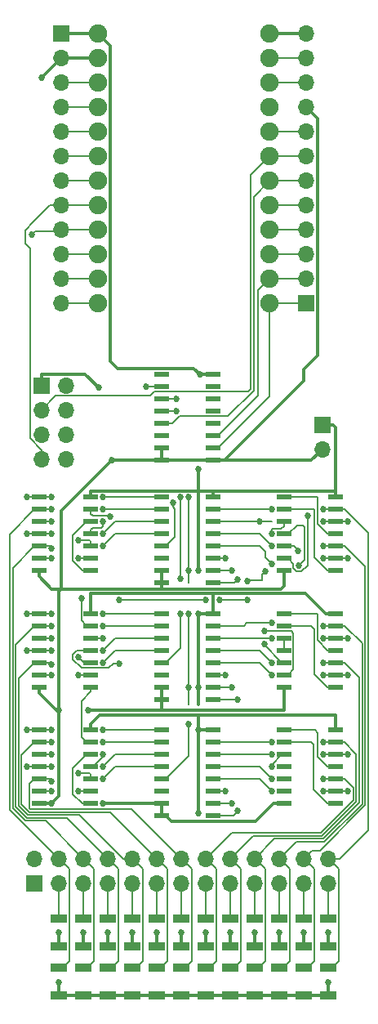
<source format=gtl>
G04 #@! TF.FileFunction,Copper,L1,Top,Signal*
%FSLAX46Y46*%
G04 Gerber Fmt 4.6, Leading zero omitted, Abs format (unit mm)*
G04 Created by KiCad (PCBNEW 4.0.7) date Mon Mar 26 00:48:08 2018*
%MOMM*%
%LPD*%
G01*
G04 APERTURE LIST*
%ADD10C,0.100000*%
%ADD11R,1.500000X0.600000*%
%ADD12R,1.700000X1.700000*%
%ADD13O,1.700000X1.700000*%
%ADD14R,1.700000X0.900000*%
%ADD15C,1.900000*%
%ADD16C,0.685800*%
%ADD17C,0.304800*%
%ADD18C,0.152400*%
G04 APERTURE END LIST*
D10*
D11*
X30599400Y-56235600D03*
X30599400Y-57505600D03*
X30599400Y-58775600D03*
X30599400Y-60045600D03*
X30599400Y-61315600D03*
X30599400Y-62585600D03*
X30599400Y-63855600D03*
X30599400Y-65125600D03*
X35999400Y-65125600D03*
X35999400Y-63855600D03*
X35999400Y-62585600D03*
X35999400Y-61315600D03*
X35999400Y-60045600D03*
X35999400Y-58775600D03*
X35999400Y-57505600D03*
X35999400Y-56235600D03*
X43299400Y-93065600D03*
X43299400Y-94335600D03*
X43299400Y-95605600D03*
X43299400Y-96875600D03*
X43299400Y-98145600D03*
X43299400Y-99415600D03*
X43299400Y-100685600D03*
X48699400Y-100685600D03*
X48699400Y-99415600D03*
X48699400Y-98145600D03*
X48699400Y-96875600D03*
X48699400Y-95605600D03*
X48699400Y-94335600D03*
X48699400Y-93065600D03*
D12*
X47269400Y-61442600D03*
D13*
X47269400Y-63982600D03*
D12*
X17424400Y-108940600D03*
D13*
X17424400Y-106400600D03*
X19964400Y-108940600D03*
X19964400Y-106400600D03*
X22504400Y-108940600D03*
X22504400Y-106400600D03*
X25044400Y-108940600D03*
X25044400Y-106400600D03*
X27584400Y-108940600D03*
X27584400Y-106400600D03*
X30124400Y-108940600D03*
X30124400Y-106400600D03*
X32664400Y-108940600D03*
X32664400Y-106400600D03*
X35204400Y-108940600D03*
X35204400Y-106400600D03*
X37744400Y-108940600D03*
X37744400Y-106400600D03*
X40284400Y-108940600D03*
X40284400Y-106400600D03*
X42824400Y-108940600D03*
X42824400Y-106400600D03*
X45364400Y-108940600D03*
X45364400Y-106400600D03*
X47904400Y-108940600D03*
X47904400Y-106400600D03*
D12*
X18186400Y-57378600D03*
D13*
X20726400Y-57378600D03*
X18186400Y-59918600D03*
X20726400Y-59918600D03*
X18186400Y-62458600D03*
X20726400Y-62458600D03*
X18186400Y-64998600D03*
X20726400Y-64998600D03*
D12*
X20218400Y-20929600D03*
D13*
X20218400Y-23469600D03*
X20218400Y-26009600D03*
X20218400Y-28549600D03*
X20218400Y-31089600D03*
X20218400Y-33629600D03*
X20218400Y-36169600D03*
X20218400Y-38709600D03*
X20218400Y-41249600D03*
X20218400Y-43789600D03*
X20218400Y-46329600D03*
X20218400Y-48869600D03*
D12*
X45618400Y-48869600D03*
D13*
X45618400Y-46329600D03*
X45618400Y-43789600D03*
X45618400Y-41249600D03*
X45618400Y-38709600D03*
X45618400Y-36169600D03*
X45618400Y-33629600D03*
X45618400Y-31089600D03*
X45618400Y-28549600D03*
X45618400Y-26009600D03*
X45618400Y-23469600D03*
X45618400Y-20929600D03*
D14*
X19964400Y-115470600D03*
X19964400Y-112570600D03*
X19964400Y-120550600D03*
X19964400Y-117650600D03*
X22504400Y-115470600D03*
X22504400Y-112570600D03*
X22504400Y-120550600D03*
X22504400Y-117650600D03*
X25044400Y-115470600D03*
X25044400Y-112570600D03*
X25044400Y-120550600D03*
X25044400Y-117650600D03*
X27584400Y-115470600D03*
X27584400Y-112570600D03*
X27584400Y-120550600D03*
X27584400Y-117650600D03*
X30124400Y-115470600D03*
X30124400Y-112570600D03*
X30124400Y-120550600D03*
X30124400Y-117650600D03*
X32664400Y-115470600D03*
X32664400Y-112570600D03*
X32664400Y-120550600D03*
X32664400Y-117650600D03*
X35204400Y-115470600D03*
X35204400Y-112570600D03*
X35204400Y-120550600D03*
X35204400Y-117650600D03*
X37744400Y-115470600D03*
X37744400Y-112570600D03*
X37744400Y-120550600D03*
X37744400Y-117650600D03*
X40284400Y-115470600D03*
X40284400Y-112570600D03*
X40284400Y-120550600D03*
X40284400Y-117650600D03*
X42824400Y-115470600D03*
X42824400Y-112570600D03*
X42824400Y-120550600D03*
X42824400Y-117650600D03*
X45364400Y-115470600D03*
X45364400Y-112570600D03*
X45364400Y-120550600D03*
X45364400Y-117650600D03*
X47904400Y-115470600D03*
X47904400Y-112570600D03*
X47904400Y-120550600D03*
X47904400Y-117650600D03*
D11*
X17899400Y-93065600D03*
X17899400Y-94335600D03*
X17899400Y-95605600D03*
X17899400Y-96875600D03*
X17899400Y-98145600D03*
X17899400Y-99415600D03*
X17899400Y-100685600D03*
X23299400Y-100685600D03*
X23299400Y-99415600D03*
X23299400Y-98145600D03*
X23299400Y-96875600D03*
X23299400Y-95605600D03*
X23299400Y-94335600D03*
X23299400Y-93065600D03*
X17899400Y-81000600D03*
X17899400Y-82270600D03*
X17899400Y-83540600D03*
X17899400Y-84810600D03*
X17899400Y-86080600D03*
X17899400Y-87350600D03*
X17899400Y-88620600D03*
X23299400Y-88620600D03*
X23299400Y-87350600D03*
X23299400Y-86080600D03*
X23299400Y-84810600D03*
X23299400Y-83540600D03*
X23299400Y-82270600D03*
X23299400Y-81000600D03*
X17899400Y-68935600D03*
X17899400Y-70205600D03*
X17899400Y-71475600D03*
X17899400Y-72745600D03*
X17899400Y-74015600D03*
X17899400Y-75285600D03*
X17899400Y-76555600D03*
X23299400Y-76555600D03*
X23299400Y-75285600D03*
X23299400Y-74015600D03*
X23299400Y-72745600D03*
X23299400Y-71475600D03*
X23299400Y-70205600D03*
X23299400Y-68935600D03*
X30599400Y-93065600D03*
X30599400Y-94335600D03*
X30599400Y-95605600D03*
X30599400Y-96875600D03*
X30599400Y-98145600D03*
X30599400Y-99415600D03*
X30599400Y-100685600D03*
X30599400Y-101955600D03*
X35999400Y-101955600D03*
X35999400Y-100685600D03*
X35999400Y-99415600D03*
X35999400Y-98145600D03*
X35999400Y-96875600D03*
X35999400Y-95605600D03*
X35999400Y-94335600D03*
X35999400Y-93065600D03*
X30599400Y-81000600D03*
X30599400Y-82270600D03*
X30599400Y-83540600D03*
X30599400Y-84810600D03*
X30599400Y-86080600D03*
X30599400Y-87350600D03*
X30599400Y-88620600D03*
X30599400Y-89890600D03*
X35999400Y-89890600D03*
X35999400Y-88620600D03*
X35999400Y-87350600D03*
X35999400Y-86080600D03*
X35999400Y-84810600D03*
X35999400Y-83540600D03*
X35999400Y-82270600D03*
X35999400Y-81000600D03*
X43299400Y-81000600D03*
X43299400Y-82270600D03*
X43299400Y-83540600D03*
X43299400Y-84810600D03*
X43299400Y-86080600D03*
X43299400Y-87350600D03*
X43299400Y-88620600D03*
X48699400Y-88620600D03*
X48699400Y-87350600D03*
X48699400Y-86080600D03*
X48699400Y-84810600D03*
X48699400Y-83540600D03*
X48699400Y-82270600D03*
X48699400Y-81000600D03*
X30599400Y-68935600D03*
X30599400Y-70205600D03*
X30599400Y-71475600D03*
X30599400Y-72745600D03*
X30599400Y-74015600D03*
X30599400Y-75285600D03*
X30599400Y-76555600D03*
X30599400Y-77825600D03*
X35999400Y-77825600D03*
X35999400Y-76555600D03*
X35999400Y-75285600D03*
X35999400Y-74015600D03*
X35999400Y-72745600D03*
X35999400Y-71475600D03*
X35999400Y-70205600D03*
X35999400Y-68935600D03*
D15*
X24028400Y-20929600D03*
X24028400Y-23469600D03*
X24028400Y-26009600D03*
X24028400Y-28549600D03*
X24028400Y-31089600D03*
X24028400Y-33629600D03*
X24028400Y-36169600D03*
X24028400Y-38709600D03*
X24028400Y-41249600D03*
X24028400Y-43789600D03*
X24028400Y-46329600D03*
X24028400Y-48869600D03*
X41808400Y-20929600D03*
X41808400Y-23469600D03*
X41808400Y-26009600D03*
X41808400Y-28549600D03*
X41808400Y-31089600D03*
X41808400Y-33629600D03*
X41808400Y-36169600D03*
X41808400Y-38709600D03*
X41808400Y-41249600D03*
X41808400Y-43789600D03*
X41808400Y-46329600D03*
X41808400Y-48869600D03*
D11*
X43299400Y-68935600D03*
X43299400Y-70205600D03*
X43299400Y-71475600D03*
X43299400Y-72745600D03*
X43299400Y-74015600D03*
X43299400Y-75285600D03*
X43299400Y-76555600D03*
X48699400Y-76555600D03*
X48699400Y-75285600D03*
X48699400Y-74015600D03*
X48699400Y-72745600D03*
X48699400Y-71475600D03*
X48699400Y-70205600D03*
X48699400Y-68935600D03*
D16*
X32664400Y-114020600D03*
X34442400Y-88620600D03*
X34442400Y-76555600D03*
X34569400Y-56235600D03*
X34442400Y-66014600D03*
X34442400Y-81000600D03*
X34442400Y-93065600D03*
X19964400Y-119227600D03*
X47904400Y-119227600D03*
X34442400Y-101701600D03*
X22504400Y-114020600D03*
X25044400Y-114020600D03*
X27584400Y-114020600D03*
X30124400Y-114020600D03*
X35204400Y-114020600D03*
X37744400Y-114020600D03*
X40284400Y-114020600D03*
X42824400Y-114020600D03*
X45364400Y-114020600D03*
X47904400Y-114020600D03*
X19964400Y-114020600D03*
X24079200Y-57607200D03*
X25482802Y-65125600D03*
X18186400Y-25501600D03*
X23012400Y-91033600D03*
X19964400Y-91033600D03*
X24544702Y-100685600D03*
X19202400Y-100685600D03*
X24544702Y-68935600D03*
X19202400Y-68935600D03*
X16662400Y-68935600D03*
X24544702Y-70205600D03*
X19202400Y-70205600D03*
X24544702Y-72745600D03*
X19202400Y-72745600D03*
X16662400Y-72745600D03*
X19202400Y-74218800D03*
X24544702Y-74015600D03*
X24544702Y-81000600D03*
X19202400Y-81000600D03*
X16662400Y-81000600D03*
X24544702Y-82270600D03*
X19202400Y-82270600D03*
X24544702Y-84810600D03*
X19202400Y-84810600D03*
X16662400Y-84810600D03*
X19202400Y-86233000D03*
X24544702Y-86080600D03*
X24544702Y-93065600D03*
X19202400Y-93065600D03*
X16662400Y-93065600D03*
X24544702Y-94335600D03*
X19202400Y-94335600D03*
X24544702Y-96875600D03*
X19202400Y-96875600D03*
X16662400Y-96875600D03*
X19202400Y-98374200D03*
X24544702Y-98145600D03*
X42054098Y-99415600D03*
X47396400Y-99415600D03*
X49936400Y-99415600D03*
X42054098Y-98145600D03*
X47396400Y-98145600D03*
X42054098Y-95605600D03*
X47396400Y-95605600D03*
X49936400Y-95605600D03*
X42054098Y-94335600D03*
X47396400Y-94335600D03*
X42054098Y-87350600D03*
X47396400Y-87350600D03*
X49936400Y-87350600D03*
X42054098Y-86080600D03*
X47396400Y-86080600D03*
X42054098Y-83540600D03*
X47396400Y-83540600D03*
X49936400Y-83540600D03*
X42054122Y-81965719D03*
X47396400Y-82270600D03*
X42054097Y-75861346D03*
X47396400Y-75285600D03*
X49936400Y-75285600D03*
X42054098Y-74015600D03*
X47396400Y-74015600D03*
X40817800Y-71475600D03*
X47396400Y-71475600D03*
X49936400Y-71475600D03*
X42054098Y-70205600D03*
X47396400Y-70205600D03*
X17183100Y-41732200D03*
X38506400Y-101447600D03*
X38506400Y-77444600D03*
X38506400Y-89890600D03*
X37871400Y-76555600D03*
X37871400Y-88620600D03*
X37871400Y-100685600D03*
X37236400Y-75285600D03*
X37236400Y-87350600D03*
X37236400Y-99415600D03*
X37236400Y-99415600D03*
X45745400Y-70904100D03*
X21996400Y-97574100D03*
X19202400Y-95605600D03*
X21996400Y-99415600D03*
X19202400Y-99415600D03*
X24536400Y-83540600D03*
X24544702Y-95605600D03*
X21996400Y-85509100D03*
X19202400Y-83540600D03*
X21996400Y-87350600D03*
X19202400Y-87350600D03*
X26187400Y-86207600D03*
X44780200Y-74472800D03*
X41402000Y-76631800D03*
X39522400Y-77622400D03*
X26187400Y-79603600D03*
X35204400Y-79603600D03*
X36647100Y-79603600D03*
X39522400Y-79603600D03*
X22320799Y-79408262D03*
X24544702Y-71475600D03*
X21996400Y-73444100D03*
X19202400Y-71475600D03*
X21996400Y-75285600D03*
X19202400Y-75285600D03*
X42054098Y-96875600D03*
X25298400Y-70967600D03*
X33426400Y-88620600D03*
X33426400Y-76555600D03*
X33426400Y-81000600D03*
X32156400Y-60045600D03*
X33426400Y-68935600D03*
X33426400Y-92430600D03*
X32588200Y-77343000D03*
X32588197Y-81000600D03*
X32156400Y-58775600D03*
X32588197Y-68935600D03*
X44856400Y-76047600D03*
X41300400Y-82842100D03*
X42054098Y-72745600D03*
X41300400Y-84175600D03*
X31826200Y-69519800D03*
X28981400Y-57505600D03*
D17*
X32664400Y-115470600D02*
X32664400Y-114020600D01*
X34442400Y-90385900D02*
X34442400Y-88620600D01*
X34442400Y-88620600D02*
X34442400Y-81000600D01*
X34442400Y-76555600D02*
X34442400Y-68287899D01*
X35941000Y-80314800D02*
X35999400Y-80373200D01*
X35999400Y-80373200D02*
X35999400Y-81000600D01*
X35941000Y-79019410D02*
X35941000Y-80314800D01*
X36042600Y-78917810D02*
X35941000Y-79019410D01*
X25283201Y-54853799D02*
X26060201Y-55630799D01*
X26060201Y-55630799D02*
X33964599Y-55630799D01*
X24028400Y-20929600D02*
X25283201Y-22184401D01*
X25283201Y-22184401D02*
X25283201Y-54853799D01*
X34569400Y-56235600D02*
X33964599Y-55630799D01*
X34569400Y-56235600D02*
X35999400Y-56235600D01*
X34442400Y-68287899D02*
X34442400Y-66014600D01*
X48699400Y-68330800D02*
X48699400Y-68681600D01*
X48699400Y-68681600D02*
X48699400Y-68935600D01*
X47269400Y-61442600D02*
X48424200Y-61442600D01*
X48424200Y-61442600D02*
X48699400Y-61717800D01*
X48699400Y-61717800D02*
X48699400Y-68681600D01*
X24028400Y-20929600D02*
X20218400Y-20929600D01*
X45561810Y-78917810D02*
X36042600Y-78917810D01*
X36042600Y-78917810D02*
X23266400Y-78917810D01*
X34442400Y-68287899D02*
X35966400Y-68287899D01*
X23342301Y-68287899D02*
X34442400Y-68287899D01*
X35966400Y-68287899D02*
X48656499Y-68287899D01*
X35999400Y-68935600D02*
X35999400Y-68320899D01*
X35999400Y-68320899D02*
X35966400Y-68287899D01*
X23299400Y-68935600D02*
X23299400Y-68330800D01*
X23299400Y-68330800D02*
X23342301Y-68287899D01*
X48656499Y-68287899D02*
X48699400Y-68330800D01*
X48699400Y-81000600D02*
X47644600Y-81000600D01*
X47644600Y-81000600D02*
X45561810Y-78917810D01*
X23299400Y-78950810D02*
X23299400Y-81000600D01*
X23266400Y-78917810D02*
X23299400Y-78950810D01*
X34442400Y-81000600D02*
X35999400Y-81000600D01*
X34442400Y-91541600D02*
X34442400Y-93065600D01*
X34442400Y-93065600D02*
X34442400Y-101701600D01*
X35999400Y-93065600D02*
X34442400Y-93065600D01*
X19964400Y-120550600D02*
X19964400Y-119227600D01*
X47904400Y-120550600D02*
X47904400Y-119227600D01*
X34442400Y-91541600D02*
X48666400Y-91541600D01*
X24218600Y-91541600D02*
X34442400Y-91541600D01*
X48666400Y-91541600D02*
X48699400Y-91574600D01*
X48699400Y-91574600D02*
X48699400Y-93065600D01*
X23299400Y-93065600D02*
X23299400Y-92460800D01*
X23299400Y-92460800D02*
X24218600Y-91541600D01*
X22504400Y-115470600D02*
X22504400Y-114020600D01*
X25044400Y-115470600D02*
X25044400Y-114020600D01*
X27584400Y-115470600D02*
X27584400Y-114020600D01*
X30124400Y-115470600D02*
X30124400Y-114020600D01*
X35204400Y-115470600D02*
X35204400Y-114020600D01*
X37744400Y-115470600D02*
X37744400Y-114020600D01*
X40284400Y-115470600D02*
X40284400Y-114020600D01*
X42824400Y-115470600D02*
X42824400Y-114020600D01*
X45364400Y-115470600D02*
X45364400Y-114020600D01*
X47904400Y-115470600D02*
X47904400Y-114020600D01*
X19964400Y-115470600D02*
X19964400Y-114020600D01*
X22504400Y-120550600D02*
X19964400Y-120550600D01*
X25044400Y-120550600D02*
X22504400Y-120550600D01*
X27584400Y-120550600D02*
X25044400Y-120550600D01*
X30124400Y-120550600D02*
X27584400Y-120550600D01*
X32664400Y-120550600D02*
X30124400Y-120550600D01*
X35204400Y-120550600D02*
X32664400Y-120550600D01*
X37744400Y-120550600D02*
X35204400Y-120550600D01*
X40284400Y-120550600D02*
X37744400Y-120550600D01*
X42824400Y-120550600D02*
X40284400Y-120550600D01*
X45364400Y-120550600D02*
X42824400Y-120550600D01*
X47904400Y-120550600D02*
X45364400Y-120550600D01*
X21759397Y-56223799D02*
X22695799Y-56223799D01*
X22695799Y-56223799D02*
X24079200Y-57607200D01*
X18186400Y-57378600D02*
X18186401Y-56223799D01*
X18186401Y-56223799D02*
X21759397Y-56223799D01*
X20218400Y-23469600D02*
X18186400Y-25501600D01*
X20218400Y-78460600D02*
X20218400Y-70390002D01*
X20218400Y-70390002D02*
X25482802Y-65125600D01*
X25482802Y-65125600D02*
X30599400Y-65125600D01*
X37109400Y-65125600D02*
X46126400Y-65125600D01*
X46126400Y-65125600D02*
X47269400Y-63982600D01*
X45618400Y-28549600D02*
X46773201Y-29704401D01*
X46773201Y-29704401D02*
X46773201Y-54306999D01*
X46773201Y-54306999D02*
X45364400Y-55715800D01*
X45364400Y-55715800D02*
X45364400Y-56870600D01*
X20218400Y-23469600D02*
X24028400Y-23469600D01*
X45364400Y-56870600D02*
X37109400Y-65125600D01*
X37109400Y-65125600D02*
X35999400Y-65125600D01*
X35999400Y-65125600D02*
X30599400Y-65125600D01*
X30599400Y-63855600D02*
X30599400Y-65125600D01*
X20218400Y-78460600D02*
X30632400Y-78460600D01*
X19199600Y-78460600D02*
X20218400Y-78460600D01*
X20218400Y-78460600D02*
X19964400Y-78714600D01*
X19964400Y-78714600D02*
X19964400Y-91033600D01*
X30632400Y-78460600D02*
X42951400Y-78460600D01*
X30632400Y-78460600D02*
X30629600Y-78460600D01*
X30629600Y-78460600D02*
X30599400Y-78430400D01*
X30599400Y-78430400D02*
X30599400Y-77825600D01*
X42951400Y-78460600D02*
X43299400Y-78112600D01*
X43299400Y-78112600D02*
X43299400Y-76555600D01*
X17899400Y-76555600D02*
X17899400Y-77160400D01*
X17899400Y-77160400D02*
X19199600Y-78460600D01*
X30599400Y-88620600D02*
X30599400Y-89890600D01*
X30599400Y-76555600D02*
X30599400Y-77825600D01*
X19964400Y-91033600D02*
X19964400Y-99923600D01*
X19964400Y-99923600D02*
X19202400Y-100685600D01*
X30632400Y-91033600D02*
X43332400Y-91033600D01*
X43332400Y-91033600D02*
X43299400Y-91000600D01*
X43299400Y-91000600D02*
X43299400Y-88620600D01*
X23012400Y-91033600D02*
X30632400Y-91033600D01*
X30599400Y-91000600D02*
X30599400Y-89890600D01*
X17899400Y-88620600D02*
X17899400Y-89225400D01*
X17899400Y-89225400D02*
X19707600Y-91033600D01*
X19707600Y-91033600D02*
X19964400Y-91033600D01*
X30599400Y-101955600D02*
X31049400Y-101955600D01*
X31049400Y-101955600D02*
X31654201Y-102560401D01*
X31654201Y-102560401D02*
X40369799Y-102560401D01*
X40369799Y-102560401D02*
X42244600Y-100685600D01*
X42244600Y-100685600D02*
X43299400Y-100685600D01*
X30599400Y-100685600D02*
X30599400Y-101955600D01*
X24544702Y-100685600D02*
X30599400Y-100685600D01*
X17899400Y-100685600D02*
X19202400Y-100685600D01*
D18*
X24544702Y-68935600D02*
X30599400Y-68935600D01*
X17899400Y-68935600D02*
X19202400Y-68935600D01*
X16662400Y-68935600D02*
X17899400Y-68935600D01*
X19964400Y-112570600D02*
X19964400Y-108940600D01*
X24544702Y-70205600D02*
X30599400Y-70205600D01*
X17899400Y-70205600D02*
X19202400Y-70205600D01*
X19964400Y-106400600D02*
X14871659Y-101307859D01*
X14871659Y-101307859D02*
X14871659Y-72783341D01*
X14871659Y-72783341D02*
X17449400Y-70205600D01*
X17449400Y-70205600D02*
X17899400Y-70205600D01*
X19964400Y-117650600D02*
X20364400Y-117650600D01*
X21043001Y-116971999D02*
X21043001Y-107479201D01*
X21043001Y-107479201D02*
X19964400Y-106400600D01*
X20364400Y-117650600D02*
X21043001Y-116971999D01*
X24544702Y-72745600D02*
X25814702Y-71475600D01*
X25814702Y-71475600D02*
X30599400Y-71475600D01*
X17899400Y-72745600D02*
X19202400Y-72745600D01*
X16662400Y-72745600D02*
X17899400Y-72745600D01*
X22504400Y-112570600D02*
X22504400Y-108940600D01*
X17899400Y-74015600D02*
X18999200Y-74015600D01*
X18999200Y-74015600D02*
X19202400Y-74218800D01*
X24544702Y-74015600D02*
X25814702Y-72745600D01*
X25814702Y-72745600D02*
X30599400Y-72745600D01*
X22504400Y-106400600D02*
X18580137Y-102476337D01*
X17449400Y-74015600D02*
X17899400Y-74015600D01*
X18580137Y-102476337D02*
X16504391Y-102476337D01*
X16504391Y-102476337D02*
X15176469Y-101148415D01*
X15176469Y-101148415D02*
X15176469Y-76288531D01*
X15176469Y-76288531D02*
X17449400Y-74015600D01*
X22504400Y-117650600D02*
X22904400Y-117650600D01*
X23583001Y-107479201D02*
X22504400Y-106400600D01*
X22904400Y-117650600D02*
X23583001Y-116971999D01*
X23583001Y-116971999D02*
X23583001Y-107479201D01*
X24544702Y-81000600D02*
X30599400Y-81000600D01*
X17899400Y-81000600D02*
X19202400Y-81000600D01*
X16662400Y-81000600D02*
X17899400Y-81000600D01*
X25044400Y-112570600D02*
X25044400Y-108940600D01*
X24544702Y-82270600D02*
X30599400Y-82270600D01*
X17899400Y-82270600D02*
X19202400Y-82270600D01*
X25044400Y-106400600D02*
X20815328Y-102171528D01*
X20815328Y-102171528D02*
X16630648Y-102171528D01*
X16630648Y-102171528D02*
X15481279Y-101022159D01*
X15481279Y-101022159D02*
X15481279Y-84238721D01*
X15481279Y-84238721D02*
X17449400Y-82270600D01*
X17449400Y-82270600D02*
X17899400Y-82270600D01*
X25044400Y-117650600D02*
X25444400Y-117650600D01*
X25444400Y-117650600D02*
X26123001Y-116971999D01*
X26123001Y-116971999D02*
X26123001Y-107479201D01*
X26123001Y-107479201D02*
X25044400Y-106400600D01*
X24544702Y-84810600D02*
X25814702Y-83540600D01*
X25814702Y-83540600D02*
X30599400Y-83540600D01*
X17899400Y-84810600D02*
X19202400Y-84810600D01*
X16662400Y-84810600D02*
X17899400Y-84810600D01*
X27584400Y-112570600D02*
X27584400Y-108940600D01*
X17899400Y-86080600D02*
X19050000Y-86080600D01*
X19050000Y-86080600D02*
X19202400Y-86233000D01*
X24544702Y-86080600D02*
X25814702Y-84810600D01*
X25814702Y-84810600D02*
X30599400Y-84810600D01*
X27584400Y-106400600D02*
X26640730Y-106400600D01*
X26640730Y-106400600D02*
X22106850Y-101866720D01*
X22106850Y-101866720D02*
X16756905Y-101866719D01*
X16756905Y-101866719D02*
X15786089Y-100895903D01*
X15786089Y-100895903D02*
X15786089Y-87743911D01*
X15786089Y-87743911D02*
X17449400Y-86080600D01*
X17449400Y-86080600D02*
X17899400Y-86080600D01*
X27584400Y-117650600D02*
X27984400Y-117650600D01*
X28663001Y-116971999D02*
X28663001Y-107479201D01*
X28663001Y-107479201D02*
X27584400Y-106400600D01*
X27984400Y-117650600D02*
X28663001Y-116971999D01*
X24544702Y-93065600D02*
X30599400Y-93065600D01*
X17899400Y-93065600D02*
X19202400Y-93065600D01*
X16662400Y-93065600D02*
X17899400Y-93065600D01*
X30124400Y-112570600D02*
X30124400Y-108940600D01*
X30124400Y-106400600D02*
X25285710Y-101561910D01*
X16090899Y-95694101D02*
X17449400Y-94335600D01*
X25285710Y-101561910D02*
X16883162Y-101561910D01*
X16883162Y-101561910D02*
X16090899Y-100769647D01*
X16090899Y-100769647D02*
X16090899Y-95694101D01*
X17449400Y-94335600D02*
X17899400Y-94335600D01*
X24544702Y-94335600D02*
X30599400Y-94335600D01*
X17899400Y-94335600D02*
X19202400Y-94335600D01*
X30124400Y-117650600D02*
X30524400Y-117650600D01*
X30524400Y-117650600D02*
X31203001Y-116971999D01*
X31203001Y-116971999D02*
X31203001Y-107479201D01*
X31203001Y-107479201D02*
X30124400Y-106400600D01*
X24544702Y-96875600D02*
X25814702Y-95605600D01*
X25814702Y-95605600D02*
X30599400Y-95605600D01*
X17899400Y-96875600D02*
X19202400Y-96875600D01*
X16662400Y-96875600D02*
X17899400Y-96875600D01*
X32664400Y-112570600D02*
X32664400Y-108940600D01*
X17899400Y-98145600D02*
X18973800Y-98145600D01*
X18973800Y-98145600D02*
X19202400Y-98374200D01*
X32664400Y-106400600D02*
X27520901Y-101257101D01*
X17449400Y-98145600D02*
X17899400Y-98145600D01*
X27520901Y-101257101D02*
X17009419Y-101257101D01*
X17009419Y-101257101D02*
X16920799Y-101168481D01*
X16920799Y-101168481D02*
X16920799Y-98674201D01*
X16920799Y-98674201D02*
X17449400Y-98145600D01*
X24544702Y-98145600D02*
X25814702Y-96875600D01*
X25814702Y-96875600D02*
X30599400Y-96875600D01*
X32664400Y-117650600D02*
X33064400Y-117650600D01*
X33064400Y-117650600D02*
X33743001Y-116971999D01*
X33743001Y-116971999D02*
X33743001Y-107479201D01*
X33743001Y-107479201D02*
X32664400Y-106400600D01*
X42054098Y-99415600D02*
X40784098Y-98145600D01*
X40784098Y-98145600D02*
X35999400Y-98145600D01*
X48699400Y-99415600D02*
X47396400Y-99415600D01*
X49936400Y-99415600D02*
X48699400Y-99415600D01*
X35204400Y-112570600D02*
X35204400Y-108940600D01*
X35204400Y-106400600D02*
X37871400Y-103733600D01*
X37871400Y-103733600D02*
X47112882Y-103733600D01*
X47112882Y-103733600D02*
X50507901Y-100338581D01*
X49601800Y-98145600D02*
X48699400Y-98145600D01*
X50507901Y-100338581D02*
X50507901Y-99051701D01*
X50507901Y-99051701D02*
X49601800Y-98145600D01*
X42054098Y-98145600D02*
X40784098Y-96875600D01*
X40784098Y-96875600D02*
X35999400Y-96875600D01*
X48699400Y-98145600D02*
X47396400Y-98145600D01*
X35204400Y-117650600D02*
X35604400Y-117650600D01*
X35604400Y-117650600D02*
X36283001Y-116971999D01*
X36283001Y-116971999D02*
X36283001Y-107479201D01*
X36283001Y-107479201D02*
X35204400Y-106400600D01*
X42054098Y-95605600D02*
X35999400Y-95605600D01*
X48699400Y-95605600D02*
X47396400Y-95605600D01*
X49936400Y-95605600D02*
X48699400Y-95605600D01*
X37744400Y-112570600D02*
X37744400Y-108940600D01*
X37744400Y-106400600D02*
X40106591Y-104038409D01*
X50812711Y-100464837D02*
X50812711Y-95546511D01*
X40106591Y-104038409D02*
X47239139Y-104038409D01*
X47239139Y-104038409D02*
X50812711Y-100464837D01*
X50812711Y-95546511D02*
X49601800Y-94335600D01*
X49601800Y-94335600D02*
X48699400Y-94335600D01*
X42054098Y-94335600D02*
X35999400Y-94335600D01*
X48699400Y-94335600D02*
X47396400Y-94335600D01*
X37744400Y-117650600D02*
X38144400Y-117650600D01*
X38144400Y-117650600D02*
X38823001Y-116971999D01*
X38823001Y-107479201D02*
X37744400Y-106400600D01*
X38823001Y-116971999D02*
X38823001Y-107479201D01*
X42054098Y-87350600D02*
X40784098Y-86080600D01*
X40784098Y-86080600D02*
X35999400Y-86080600D01*
X48699400Y-87350600D02*
X47396400Y-87350600D01*
X49936400Y-87350600D02*
X48699400Y-87350600D01*
X40284400Y-112570600D02*
X40284400Y-108940600D01*
X42054098Y-86080600D02*
X40784098Y-84810600D01*
X40784098Y-84810600D02*
X35999400Y-84810600D01*
X48699400Y-86080600D02*
X47396400Y-86080600D01*
X40284400Y-106400600D02*
X42341782Y-104343218D01*
X42341782Y-104343218D02*
X47365396Y-104343218D01*
X47365396Y-104343218D02*
X51117521Y-100591093D01*
X51117521Y-100591093D02*
X51117521Y-87596321D01*
X51117521Y-87596321D02*
X49601800Y-86080600D01*
X49601800Y-86080600D02*
X48699400Y-86080600D01*
X40284400Y-117650600D02*
X40684400Y-117650600D01*
X40684400Y-117650600D02*
X41363001Y-116971999D01*
X41363001Y-107479201D02*
X40284400Y-106400600D01*
X41363001Y-116971999D02*
X41363001Y-107479201D01*
X42054098Y-83540600D02*
X35999400Y-83540600D01*
X48699400Y-83540600D02*
X47396400Y-83540600D01*
X49936400Y-83540600D02*
X48699400Y-83540600D01*
X42824400Y-112570600D02*
X42824400Y-108940600D01*
X42054122Y-81965719D02*
X39446281Y-81965719D01*
X39446281Y-81965719D02*
X39141400Y-82270600D01*
X39141400Y-82270600D02*
X35999400Y-82270600D01*
X48699400Y-82270600D02*
X47396400Y-82270600D01*
X42824400Y-106400600D02*
X44576972Y-104648028D01*
X44576972Y-104648028D02*
X47491653Y-104648027D01*
X47491653Y-104648027D02*
X51422331Y-100717349D01*
X49601800Y-82270600D02*
X48699400Y-82270600D01*
X51422331Y-100717349D02*
X51422331Y-84091131D01*
X51422331Y-84091131D02*
X49601800Y-82270600D01*
X42824400Y-117650600D02*
X43224400Y-117650600D01*
X43224400Y-117650600D02*
X43903001Y-116971999D01*
X43903001Y-116971999D02*
X43903001Y-107479201D01*
X43903001Y-107479201D02*
X42824400Y-106400600D01*
X41368298Y-74599800D02*
X40784098Y-74015600D01*
X41368298Y-74599800D02*
X41368298Y-75175547D01*
X41368298Y-75175547D02*
X42054097Y-75861346D01*
X40784098Y-74015600D02*
X35999400Y-74015600D01*
X48699400Y-75285600D02*
X47396400Y-75285600D01*
X49936400Y-75285600D02*
X48699400Y-75285600D01*
X45364400Y-112570600D02*
X45364400Y-108940600D01*
X42054098Y-74015600D02*
X40784098Y-72745600D01*
X40784098Y-72745600D02*
X35999400Y-72745600D01*
X48699400Y-74015600D02*
X47396400Y-74015600D01*
X45364400Y-106400600D02*
X46214399Y-105550601D01*
X46214399Y-105550601D02*
X47020145Y-105550601D01*
X47020145Y-105550601D02*
X51727141Y-100843605D01*
X51727141Y-100843605D02*
X51727141Y-76140941D01*
X51727141Y-76140941D02*
X49601800Y-74015600D01*
X49601800Y-74015600D02*
X48699400Y-74015600D01*
X45364400Y-117650600D02*
X45764400Y-117650600D01*
X45764400Y-117650600D02*
X46443001Y-116971999D01*
X46443001Y-107479201D02*
X45364400Y-106400600D01*
X46443001Y-116971999D02*
X46443001Y-107479201D01*
X42054098Y-71475600D02*
X40817800Y-71475600D01*
X40817800Y-71475600D02*
X35999400Y-71475600D01*
X48699400Y-71475600D02*
X47396400Y-71475600D01*
X49936400Y-71475600D02*
X48699400Y-71475600D01*
X47904400Y-112570600D02*
X47904400Y-108940600D01*
X42054098Y-70205600D02*
X35999400Y-70205600D01*
X48699400Y-70205600D02*
X47396400Y-70205600D01*
X47904400Y-106400600D02*
X49106481Y-106400600D01*
X49601800Y-70205600D02*
X48699400Y-70205600D01*
X49106481Y-106400600D02*
X52031951Y-103475130D01*
X52031951Y-103475130D02*
X52031951Y-72635751D01*
X52031951Y-72635751D02*
X49601800Y-70205600D01*
X47904400Y-117650600D02*
X48304400Y-117650600D01*
X48304400Y-117650600D02*
X48983001Y-116971999D01*
X48983001Y-116971999D02*
X48983001Y-107479201D01*
X48983001Y-107479201D02*
X47904400Y-106400600D01*
D17*
X41808400Y-20929600D02*
X45618400Y-20929600D01*
D18*
X41808400Y-33629600D02*
X45618400Y-33629600D01*
X39578733Y-58034201D02*
X39852590Y-57760344D01*
X39852590Y-57760344D02*
X39852590Y-35585410D01*
X39852590Y-35585410D02*
X41808400Y-33629600D01*
X18186400Y-59918600D02*
X19647799Y-58457201D01*
X19647799Y-58457201D02*
X29456317Y-58457201D01*
X29456317Y-58457201D02*
X29879317Y-58034201D01*
X29879317Y-58034201D02*
X39578733Y-58034201D01*
X17538700Y-41376600D02*
X17183100Y-41732200D01*
X17538700Y-41376600D02*
X20091400Y-41376600D01*
X20091400Y-41376600D02*
X20218400Y-41249600D01*
X24028400Y-41249600D02*
X20218400Y-41249600D01*
X24028400Y-36169600D02*
X20218400Y-36169600D01*
X16967199Y-62835729D02*
X16967199Y-43180000D01*
X16459200Y-41275000D02*
X16459200Y-42672001D01*
X16459200Y-42672001D02*
X16967199Y-43180000D01*
X17365319Y-40368881D02*
X16459200Y-41275000D01*
X17365319Y-40360600D02*
X19016319Y-38709600D01*
X17365319Y-40360600D02*
X17365319Y-40368881D01*
X18186400Y-64998600D02*
X18186400Y-64054930D01*
X18186400Y-64054930D02*
X16967199Y-62835729D01*
X19016319Y-38709600D02*
X20218400Y-38709600D01*
X20218400Y-38709600D02*
X24028400Y-38709600D01*
X24028400Y-26009600D02*
X20218400Y-26009600D01*
X20218400Y-28549600D02*
X24028400Y-28549600D01*
X24028400Y-31089600D02*
X20218400Y-31089600D01*
X20218400Y-33629600D02*
X24028400Y-33629600D01*
X20218400Y-43789600D02*
X24028400Y-43789600D01*
X24028400Y-46329600D02*
X20218400Y-46329600D01*
X20218400Y-48869600D02*
X24028400Y-48869600D01*
X35999400Y-63855600D02*
X36449400Y-63855600D01*
X36449400Y-63855600D02*
X41808400Y-58496600D01*
X41808400Y-58496600D02*
X41808400Y-48869600D01*
X45618400Y-48869600D02*
X41808400Y-48869600D01*
X35999400Y-62585600D02*
X36449400Y-62585600D01*
X40629799Y-58405201D02*
X40629799Y-47508201D01*
X40629799Y-47508201D02*
X41808400Y-46329600D01*
X36449400Y-62585600D02*
X40629799Y-58405201D01*
X45618400Y-46329600D02*
X41808400Y-46329600D01*
X37693600Y-101912701D02*
X36042299Y-101912701D01*
X37693600Y-101912701D02*
X38041299Y-101912701D01*
X38041299Y-101912701D02*
X38506400Y-101447600D01*
X35999400Y-77825600D02*
X38125400Y-77825600D01*
X38125400Y-77825600D02*
X38506400Y-77444600D01*
X45618400Y-43789600D02*
X41808400Y-43789600D01*
X36012100Y-77812900D02*
X35999400Y-77825600D01*
X36042299Y-101912701D02*
X35999400Y-101955600D01*
X35999400Y-89890600D02*
X38506400Y-89890600D01*
X45618400Y-41249600D02*
X41808400Y-41249600D01*
X35999400Y-76555600D02*
X37871400Y-76555600D01*
X37871400Y-88620600D02*
X35999400Y-88620600D01*
X35999400Y-100685600D02*
X37871400Y-100685600D01*
X45618400Y-38709600D02*
X41808400Y-38709600D01*
X37236400Y-75285600D02*
X35999400Y-75285600D01*
X37236400Y-87350600D02*
X35999400Y-87350600D01*
X35999400Y-99415600D02*
X37236400Y-99415600D01*
X40157400Y-57886600D02*
X40157400Y-37820600D01*
X40157400Y-37820600D02*
X41808400Y-36169600D01*
X37469799Y-60574201D02*
X40157400Y-57886600D01*
X30599400Y-61315600D02*
X31732222Y-61315600D01*
X31732222Y-61315600D02*
X32473621Y-60574201D01*
X32473621Y-60574201D02*
X37469799Y-60574201D01*
X45618400Y-36169600D02*
X41808400Y-36169600D01*
X45618400Y-31089600D02*
X41808400Y-31089600D01*
X43299400Y-75285600D02*
X43749400Y-75285600D01*
X43749400Y-75285600D02*
X44284899Y-75821099D01*
X44284899Y-75821099D02*
X44284899Y-76321921D01*
X44284899Y-76321921D02*
X44582079Y-76619101D01*
X44582079Y-76619101D02*
X45130721Y-76619101D01*
X45130721Y-76619101D02*
X45745400Y-76004422D01*
X45745400Y-76004422D02*
X45745400Y-70904100D01*
X45618400Y-26009600D02*
X41808400Y-26009600D01*
X41808400Y-23469600D02*
X45618400Y-23469600D01*
X21996400Y-97574100D02*
X23180300Y-97574100D01*
X23180300Y-97574100D02*
X23299400Y-97693200D01*
X23299400Y-97693200D02*
X23299400Y-98145600D01*
X17899400Y-95605600D02*
X19202400Y-95605600D01*
X21996400Y-99415600D02*
X23299400Y-99415600D01*
X17899400Y-99415600D02*
X19202400Y-99415600D01*
X23299400Y-100685600D02*
X22397000Y-100685600D01*
X22397000Y-100685600D02*
X21424899Y-99713499D01*
X21424899Y-99713499D02*
X21424899Y-97030101D01*
X21424899Y-97030101D02*
X22849400Y-95605600D01*
X22849400Y-95605600D02*
X23299400Y-95605600D01*
X24536400Y-83540600D02*
X23299400Y-83540600D01*
X23490882Y-96875600D02*
X24544702Y-95821780D01*
X24544702Y-95821780D02*
X24544702Y-95605600D01*
X23299400Y-96875600D02*
X23490882Y-96875600D01*
X23299400Y-94335600D02*
X22849400Y-94335600D01*
X22849400Y-94335600D02*
X22320799Y-93806999D01*
X22320799Y-93806999D02*
X22320799Y-90051601D01*
X22320799Y-90051601D02*
X23299400Y-89073000D01*
X23299400Y-89073000D02*
X23299400Y-88620600D01*
X21996400Y-85509100D02*
X22567900Y-86080600D01*
X22567900Y-86080600D02*
X23299400Y-86080600D01*
X17899400Y-83540600D02*
X19202400Y-83540600D01*
X21996400Y-87350600D02*
X23299400Y-87350600D01*
X17899400Y-87350600D02*
X19202400Y-87350600D01*
X26083311Y-86207600D02*
X26187400Y-86207600D01*
X43299400Y-74015600D02*
X44323000Y-74015600D01*
X44323000Y-74015600D02*
X44780200Y-74472800D01*
X41046400Y-77563298D02*
X41046400Y-76987400D01*
X41046400Y-76987400D02*
X41402000Y-76631800D01*
X41046400Y-77563298D02*
X39581502Y-77563298D01*
X39581502Y-77563298D02*
X39522400Y-77622400D01*
X26083311Y-86207600D02*
X25598378Y-86207600D01*
X21849078Y-84810600D02*
X23299400Y-84810600D01*
X25598378Y-86207600D02*
X25153877Y-86652101D01*
X25153877Y-86652101D02*
X22293579Y-86652101D01*
X22293579Y-86652101D02*
X21424899Y-85783421D01*
X21424899Y-85783421D02*
X21424899Y-85234779D01*
X21424899Y-85234779D02*
X21849078Y-84810600D01*
X35204400Y-79603600D02*
X26187400Y-79603600D01*
X39522400Y-79603600D02*
X36647100Y-79603600D01*
X43299400Y-74015600D02*
X43749400Y-74015600D01*
X24544702Y-71475600D02*
X24544702Y-71960533D01*
X24544702Y-71960533D02*
X24390236Y-72114999D01*
X24390236Y-72114999D02*
X23477601Y-72114999D01*
X23477601Y-72114999D02*
X23299400Y-72293200D01*
X23299400Y-72293200D02*
X23299400Y-72745600D01*
X23299400Y-82270600D02*
X22849400Y-82270600D01*
X22849400Y-82270600D02*
X22320799Y-81741999D01*
X22320799Y-81741999D02*
X22320799Y-79408262D01*
X21996400Y-73444100D02*
X23180300Y-73444100D01*
X23180300Y-73444100D02*
X23299400Y-73563200D01*
X23299400Y-73563200D02*
X23299400Y-74015600D01*
X17899400Y-71475600D02*
X19202400Y-71475600D01*
X21996400Y-75285600D02*
X23299400Y-75285600D01*
X17899400Y-75285600D02*
X19202400Y-75285600D01*
X23299400Y-76555600D02*
X22420578Y-76555600D01*
X22420578Y-76555600D02*
X21424899Y-75559921D01*
X21424899Y-75559921D02*
X21424899Y-72900101D01*
X21424899Y-72900101D02*
X22849400Y-71475600D01*
X22849400Y-71475600D02*
X23299400Y-71475600D01*
X42054098Y-96875600D02*
X42054098Y-96659420D01*
X42054098Y-96659420D02*
X43107918Y-95605600D01*
X43107918Y-95605600D02*
X43299400Y-95605600D01*
X23299400Y-70205600D02*
X23299400Y-70658000D01*
X23299400Y-70658000D02*
X23545499Y-70904099D01*
X23545499Y-70904099D02*
X25234899Y-70904099D01*
X25234899Y-70904099D02*
X25298400Y-70967600D01*
X33426400Y-90385900D02*
X33426400Y-88620600D01*
X33426400Y-88620600D02*
X33426400Y-81000600D01*
X33426400Y-77812900D02*
X33426400Y-76555600D01*
X33426400Y-76555600D02*
X33426400Y-68935600D01*
X32156400Y-60045600D02*
X30599400Y-60045600D01*
X31049400Y-98145600D02*
X33426400Y-95768600D01*
X33426400Y-95768600D02*
X33426400Y-92430600D01*
X30599400Y-98145600D02*
X31049400Y-98145600D01*
X32588200Y-77343000D02*
X32588200Y-76858067D01*
X32588200Y-76858067D02*
X32588197Y-76858064D01*
X32588197Y-76858064D02*
X32588197Y-76555600D01*
X32588197Y-76555600D02*
X32588197Y-68935600D01*
X32588197Y-84541803D02*
X32588197Y-81000600D01*
X32156400Y-58775600D02*
X30599400Y-58775600D01*
X30599400Y-86080600D02*
X31049400Y-86080600D01*
X31049400Y-86080600D02*
X32588197Y-84541803D01*
X46824899Y-93383101D02*
X46507398Y-93065600D01*
X46507398Y-93065600D02*
X43299400Y-93065600D01*
X48699400Y-96875600D02*
X47820578Y-96875600D01*
X47820578Y-96875600D02*
X46824899Y-95879921D01*
X46824899Y-95879921D02*
X46824899Y-93383101D01*
X43749400Y-93065600D02*
X43299400Y-93065600D01*
X48699400Y-100685600D02*
X47797000Y-100685600D01*
X46126400Y-94335600D02*
X43299400Y-94335600D01*
X47797000Y-100685600D02*
X46380400Y-99269000D01*
X46380400Y-99269000D02*
X46380400Y-94589600D01*
X46380400Y-94589600D02*
X46126400Y-94335600D01*
X43749400Y-94335600D02*
X43299400Y-94335600D01*
X44856400Y-76047600D02*
X45440590Y-75463410D01*
X45440590Y-75463410D02*
X45440590Y-72059790D01*
X45440590Y-72059790D02*
X45237400Y-71856600D01*
X45237400Y-71856600D02*
X44638400Y-71856600D01*
X44638400Y-71856600D02*
X43749400Y-72745600D01*
X43749400Y-72745600D02*
X43299400Y-72745600D01*
X43299400Y-87350600D02*
X43749400Y-87350600D01*
X43749400Y-87350600D02*
X44278001Y-86821999D01*
X44278001Y-86821999D02*
X44278001Y-83057719D01*
X44278001Y-83057719D02*
X44062382Y-82842100D01*
X44062382Y-82842100D02*
X41300400Y-82842100D01*
X48699400Y-88620600D02*
X47797000Y-88620600D01*
X47797000Y-88620600D02*
X46456590Y-87280190D01*
X46456590Y-87280190D02*
X46456590Y-82600790D01*
X46456590Y-82600790D02*
X46126400Y-82270600D01*
X46126400Y-82270600D02*
X43299400Y-82270600D01*
X46761400Y-81000600D02*
X43299400Y-81000600D01*
X46761400Y-83775000D02*
X46761400Y-81000600D01*
X48699400Y-84810600D02*
X47797000Y-84810600D01*
X47797000Y-84810600D02*
X46761400Y-83775000D01*
X43299400Y-84810600D02*
X43299400Y-83540600D01*
X42054098Y-72745600D02*
X42054098Y-72260667D01*
X43299400Y-71928000D02*
X43299400Y-71475600D01*
X42054098Y-72260667D02*
X42097766Y-72216999D01*
X42097766Y-72216999D02*
X43010401Y-72216999D01*
X43010401Y-72216999D02*
X43299400Y-71928000D01*
X43299400Y-86080600D02*
X43107918Y-86080600D01*
X43107918Y-86080600D02*
X41300400Y-84273082D01*
X41300400Y-84273082D02*
X41300400Y-84175600D01*
X32016697Y-70205600D02*
X32016697Y-70161415D01*
X32016697Y-70161415D02*
X31826200Y-69970918D01*
X31826200Y-69970918D02*
X31826200Y-69519800D01*
X28981400Y-57505600D02*
X30599400Y-57505600D01*
X30599400Y-74015600D02*
X31049400Y-74015600D01*
X31049400Y-74015600D02*
X32016697Y-73048303D01*
X32016697Y-73048303D02*
X32016697Y-70205600D01*
X48699400Y-76555600D02*
X47820578Y-76555600D01*
X47820578Y-76555600D02*
X46456590Y-75191612D01*
X46456590Y-75191612D02*
X46456590Y-70205600D01*
X46456590Y-70205600D02*
X43299400Y-70205600D01*
X46761400Y-68935600D02*
X43299400Y-68935600D01*
X46761400Y-71710000D02*
X46761400Y-68935600D01*
X48699400Y-72745600D02*
X47797000Y-72745600D01*
X47797000Y-72745600D02*
X46761400Y-71710000D01*
X42899920Y-98145600D02*
X43299400Y-98145600D01*
M02*

</source>
